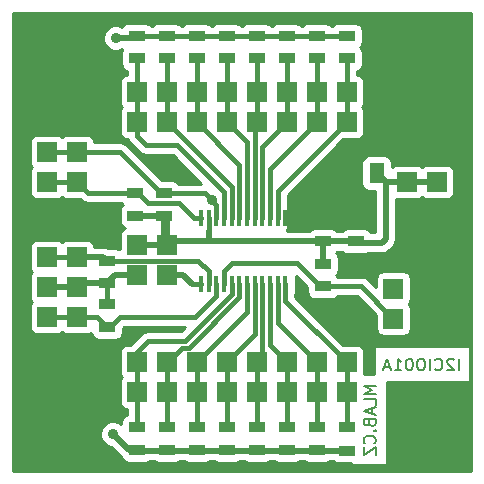
<source format=gbr>
G04 #@! TF.FileFunction,Copper,L2,Bot,Signal*
%FSLAX46Y46*%
G04 Gerber Fmt 4.6, Leading zero omitted, Abs format (unit mm)*
G04 Created by KiCad (PCBNEW 0.201503110816+5502~22~ubuntu14.04.1-product) date St 11. březen 2015, 23:46:55 CET*
%MOMM*%
G01*
G04 APERTURE LIST*
%ADD10C,0.100000*%
%ADD11C,0.200000*%
%ADD12R,1.651000X1.651000*%
%ADD13R,1.397000X0.889000*%
%ADD14R,0.419100X1.470660*%
%ADD15C,6.000000*%
%ADD16R,1.300480X1.699260*%
%ADD17C,0.889000*%
%ADD18C,0.508000*%
%ADD19C,0.381000*%
%ADD20C,0.254000*%
G04 APERTURE END LIST*
D10*
D11*
X38679047Y-706381D02*
X38679047Y293619D01*
X38250476Y198381D02*
X38202857Y246000D01*
X38107619Y293619D01*
X37869523Y293619D01*
X37774285Y246000D01*
X37726666Y198381D01*
X37679047Y103143D01*
X37679047Y7905D01*
X37726666Y-134952D01*
X38298095Y-706381D01*
X37679047Y-706381D01*
X36679047Y-611143D02*
X36726666Y-658762D01*
X36869523Y-706381D01*
X36964761Y-706381D01*
X37107619Y-658762D01*
X37202857Y-563524D01*
X37250476Y-468286D01*
X37298095Y-277810D01*
X37298095Y-134952D01*
X37250476Y55524D01*
X37202857Y150762D01*
X37107619Y246000D01*
X36964761Y293619D01*
X36869523Y293619D01*
X36726666Y246000D01*
X36679047Y198381D01*
X36250476Y-706381D02*
X36250476Y293619D01*
X35583810Y293619D02*
X35393333Y293619D01*
X35298095Y246000D01*
X35202857Y150762D01*
X35155238Y-39714D01*
X35155238Y-373048D01*
X35202857Y-563524D01*
X35298095Y-658762D01*
X35393333Y-706381D01*
X35583810Y-706381D01*
X35679048Y-658762D01*
X35774286Y-563524D01*
X35821905Y-373048D01*
X35821905Y-39714D01*
X35774286Y150762D01*
X35679048Y246000D01*
X35583810Y293619D01*
X34536191Y293619D02*
X34440952Y293619D01*
X34345714Y246000D01*
X34298095Y198381D01*
X34250476Y103143D01*
X34202857Y-87333D01*
X34202857Y-325429D01*
X34250476Y-515905D01*
X34298095Y-611143D01*
X34345714Y-658762D01*
X34440952Y-706381D01*
X34536191Y-706381D01*
X34631429Y-658762D01*
X34679048Y-611143D01*
X34726667Y-515905D01*
X34774286Y-325429D01*
X34774286Y-87333D01*
X34726667Y103143D01*
X34679048Y198381D01*
X34631429Y246000D01*
X34536191Y293619D01*
X33250476Y-706381D02*
X33821905Y-706381D01*
X33536191Y-706381D02*
X33536191Y293619D01*
X33631429Y150762D01*
X33726667Y55524D01*
X33821905Y7905D01*
X32869524Y-420667D02*
X32393333Y-420667D01*
X32964762Y-706381D02*
X32631429Y293619D01*
X32298095Y-706381D01*
X31630881Y-2008548D02*
X30630881Y-2008548D01*
X31345167Y-2341882D01*
X30630881Y-2675215D01*
X31630881Y-2675215D01*
X31630881Y-3627596D02*
X31630881Y-3151405D01*
X30630881Y-3151405D01*
X31345167Y-3913310D02*
X31345167Y-4389501D01*
X31630881Y-3818072D02*
X30630881Y-4151405D01*
X31630881Y-4484739D01*
X31107071Y-5151406D02*
X31154690Y-5294263D01*
X31202310Y-5341882D01*
X31297548Y-5389501D01*
X31440405Y-5389501D01*
X31535643Y-5341882D01*
X31583262Y-5294263D01*
X31630881Y-5199025D01*
X31630881Y-4818072D01*
X30630881Y-4818072D01*
X30630881Y-5151406D01*
X30678500Y-5246644D01*
X30726119Y-5294263D01*
X30821357Y-5341882D01*
X30916595Y-5341882D01*
X31011833Y-5294263D01*
X31059452Y-5246644D01*
X31107071Y-5151406D01*
X31107071Y-4818072D01*
X31535643Y-5818072D02*
X31583262Y-5865691D01*
X31630881Y-5818072D01*
X31583262Y-5770453D01*
X31535643Y-5818072D01*
X31630881Y-5818072D01*
X31535643Y-6865691D02*
X31583262Y-6818072D01*
X31630881Y-6675215D01*
X31630881Y-6579977D01*
X31583262Y-6437119D01*
X31488024Y-6341881D01*
X31392786Y-6294262D01*
X31202310Y-6246643D01*
X31059452Y-6246643D01*
X30868976Y-6294262D01*
X30773738Y-6341881D01*
X30678500Y-6437119D01*
X30630881Y-6579977D01*
X30630881Y-6675215D01*
X30678500Y-6818072D01*
X30726119Y-6865691D01*
X30630881Y-7199024D02*
X30630881Y-7865691D01*
X31630881Y-7199024D01*
X31630881Y-7865691D01*
D12*
X36830000Y12700000D03*
X36830000Y15240000D03*
X36830000Y17780000D03*
X34290000Y17780000D03*
X34290000Y15240000D03*
X34290000Y12700000D03*
D13*
X8890000Y4889500D03*
X8890000Y2984500D03*
X11303000Y12382500D03*
X11303000Y14287500D03*
X8890000Y6667500D03*
X8890000Y8572500D03*
X13716000Y12382500D03*
X13716000Y14287500D03*
X29210000Y27622500D03*
X29210000Y25717500D03*
X11430000Y-7429500D03*
X11430000Y-5524500D03*
X26670000Y27622500D03*
X26670000Y25717500D03*
X21590000Y-7429500D03*
X21590000Y-5524500D03*
X24130000Y27622500D03*
X24130000Y25717500D03*
X16510000Y-7429500D03*
X16510000Y-5524500D03*
X21590000Y27622500D03*
X21590000Y25717500D03*
X19050000Y-7429500D03*
X19050000Y-5524500D03*
X19050000Y27622500D03*
X19050000Y25717500D03*
X13970000Y-7429500D03*
X13970000Y-5524500D03*
X13970000Y27622500D03*
X13970000Y25717500D03*
X16510000Y27622500D03*
X16510000Y25717500D03*
X24130000Y-7429500D03*
X24130000Y-5524500D03*
X11430000Y27622500D03*
X11430000Y25717500D03*
X26670000Y-7429500D03*
X26670000Y-5524500D03*
X29210000Y-7493000D03*
X29210000Y-5524500D03*
D14*
X20756880Y12197080D03*
X21407120Y12197080D03*
X22057360Y12197080D03*
X22707600Y12197080D03*
X18816320Y6604000D03*
X18806160Y12197080D03*
X19456400Y12197080D03*
X20106640Y12197080D03*
X23357840Y6598920D03*
X22707600Y6598920D03*
X22057360Y6598920D03*
X21407120Y6598920D03*
X20756880Y6598920D03*
X20106640Y6598920D03*
X23357840Y12197080D03*
X19456400Y6604000D03*
X18155920Y12197080D03*
X24008080Y12197080D03*
X24008080Y6598920D03*
X18155920Y6598920D03*
X17508220Y12197080D03*
X17508220Y6598920D03*
X16857980Y12197080D03*
X16857980Y6598920D03*
D12*
X11430000Y7366000D03*
X11430000Y9906000D03*
D15*
X5080000Y-5080000D03*
X35560000Y25400000D03*
X5050000Y25400000D03*
X35560000Y-5080000D03*
D12*
X3810000Y17780000D03*
X3810000Y15240000D03*
X6350000Y15240000D03*
X6350000Y17780000D03*
X3810000Y3810000D03*
X6350000Y11430000D03*
X6350000Y6350000D03*
X3810000Y11430000D03*
X6350000Y1270000D03*
X6350000Y3810000D03*
X6350000Y8890000D03*
X3810000Y1270000D03*
X3810000Y8890000D03*
X3810000Y6350000D03*
X13970000Y9906000D03*
X13970000Y7366000D03*
X13970000Y22860000D03*
X11430000Y22860000D03*
X29210000Y20320000D03*
X26670000Y20320000D03*
X16510000Y22860000D03*
X24130000Y20320000D03*
X21590000Y22860000D03*
X29210000Y22860000D03*
X21590000Y20320000D03*
X16510000Y20320000D03*
X24130000Y22860000D03*
X11430000Y20320000D03*
X13970000Y20320000D03*
X19050000Y20320000D03*
X26670000Y22860000D03*
X19050000Y22860000D03*
X26670000Y-2540000D03*
X29210000Y-2540000D03*
X11430000Y0D03*
X13970000Y0D03*
X24130000Y-2540000D03*
X16510000Y0D03*
X19050000Y-2540000D03*
X11430000Y-2540000D03*
X19050000Y0D03*
X24130000Y0D03*
X16510000Y-2540000D03*
X29210000Y0D03*
X26670000Y0D03*
X21590000Y0D03*
X13970000Y-2540000D03*
X21590000Y-2540000D03*
X33147000Y6223000D03*
X35687000Y6223000D03*
X35687000Y3683000D03*
X33147000Y3683000D03*
D13*
X27178000Y8318500D03*
X27178000Y6413500D03*
X27178000Y10223500D03*
X27178000Y12128500D03*
X29972000Y10223500D03*
X29972000Y12128500D03*
D16*
X28221940Y16002000D03*
X31722060Y16002000D03*
D17*
X17780000Y13716000D03*
X9398000Y-6096000D03*
X9652000Y27432000D03*
D18*
X27178000Y10223500D02*
X28893333Y10223500D01*
X28893333Y10223500D02*
X29972000Y10223500D01*
X27178000Y10223500D02*
X27178000Y8318500D01*
X27178000Y10223500D02*
X17553730Y10223500D01*
X17553730Y10223500D02*
X14287500Y10223500D01*
X17508220Y11099798D02*
X17508220Y10269010D01*
X17508220Y10269010D02*
X17553730Y10223500D01*
X14287500Y10223500D02*
X13970000Y9906000D01*
X14160500Y10096500D02*
X13970000Y9906000D01*
X32484060Y15240000D02*
X32484060Y10394358D01*
X32484060Y10394358D02*
X32176701Y10086999D01*
X32176701Y10086999D02*
X30045001Y10086999D01*
X30045001Y10086999D02*
X30035500Y10096500D01*
X34290000Y15240000D02*
X34290000Y15214600D01*
X34290000Y15122501D02*
X34290000Y15240000D01*
X34290000Y15240000D02*
X34290000Y15122501D01*
X13970000Y9906000D02*
X13970000Y12128500D01*
X13970000Y12128500D02*
X13716000Y12382500D01*
X13716000Y12382500D02*
X13716000Y10160000D01*
X13716000Y10160000D02*
X13970000Y9906000D01*
X36830000Y15240000D02*
X34290000Y15240000D01*
D19*
X17508220Y11099798D02*
X17508220Y12197080D01*
X17508220Y11099798D02*
X17506950Y11101068D01*
D18*
X13970000Y9906000D02*
X11430000Y9906000D01*
X11303000Y12382500D02*
X13716000Y12382500D01*
X13716000Y10160000D02*
X13970000Y9906000D01*
X32484060Y15240000D02*
X31722060Y16002000D01*
X34290000Y15240000D02*
X32484060Y15240000D01*
D19*
X36830000Y12700000D02*
X34290000Y12700000D01*
X38735000Y17081500D02*
X38735000Y13398500D01*
X38735000Y13398500D02*
X38036500Y12700000D01*
X38036500Y12700000D02*
X36830000Y12700000D01*
X36830000Y17780000D02*
X38036500Y17780000D01*
X38036500Y17780000D02*
X38735000Y17081500D01*
X34290000Y17780000D02*
X36830000Y17780000D01*
X28635567Y16062854D02*
X28635567Y16570567D01*
X28635567Y16062854D02*
X30352713Y17780000D01*
X30352713Y17780000D02*
X34290000Y17780000D01*
X26951940Y14886940D02*
X28635567Y16570567D01*
X24008080Y12197080D02*
X25839420Y12197080D01*
X24008080Y12197080D02*
X25306020Y12197080D01*
X25306020Y12197080D02*
X26951940Y13843000D01*
X26951940Y13843000D02*
X26951940Y14886940D01*
X6350000Y11430000D02*
X3888100Y11430000D01*
X15973659Y14287500D02*
X17208500Y14287500D01*
X17208500Y14287500D02*
X17335501Y14160499D01*
X17335501Y14160499D02*
X17780000Y13716000D01*
X15973659Y14287500D02*
X17162782Y14287500D01*
X18155920Y12197080D02*
X18155920Y13294362D01*
X17162782Y14287500D02*
X17906238Y13544044D01*
X18155920Y13294362D02*
X17906238Y13544044D01*
X13716000Y14287500D02*
X15973659Y14287500D01*
X6350000Y17780000D02*
X8747677Y17780000D01*
X9969500Y17780000D02*
X8747677Y17780000D01*
X13716000Y14287500D02*
X13462000Y14287500D01*
X13462000Y14287500D02*
X9969500Y17780000D01*
X3810000Y17780000D02*
X6350000Y17780000D01*
X16267430Y12197080D02*
X15012011Y13452499D01*
X16857980Y12197080D02*
X16854169Y12197080D01*
X3810000Y15240000D02*
X6350000Y15240000D01*
X11557000Y14287500D02*
X11303000Y14287500D01*
X12392001Y13452499D02*
X11557000Y14287500D01*
X15012011Y13452499D02*
X12392001Y13452499D01*
X16857980Y12197080D02*
X16267430Y12197080D01*
X7302500Y14287500D02*
X6350000Y15240000D01*
X11303000Y14287500D02*
X7302500Y14287500D01*
X3810000Y3810000D02*
X6350000Y3810000D01*
X9144000Y2984500D02*
X8890000Y2984500D01*
X9979001Y3819501D02*
X9144000Y2984500D01*
X16376583Y3819501D02*
X9979001Y3819501D01*
X18155920Y5598838D02*
X16376583Y3819501D01*
X18155920Y6598920D02*
X18155920Y5598838D01*
X8064500Y3810000D02*
X8890000Y2984500D01*
X6350000Y3810000D02*
X8064500Y3810000D01*
X6985000Y8890000D02*
X6350000Y8890000D01*
X3810000Y8890000D02*
X6985000Y8890000D01*
X6667500Y8572500D02*
X6350000Y8890000D01*
D18*
X8572500Y8890000D02*
X8890000Y8572500D01*
X6350000Y8890000D02*
X8572500Y8890000D01*
D19*
X9969500Y8572500D02*
X8890000Y8572500D01*
X9979001Y8582001D02*
X9969500Y8572500D01*
X16641469Y8582001D02*
X9979001Y8582001D01*
X17508220Y7715250D02*
X16641469Y8582001D01*
X17508220Y6598920D02*
X17508220Y7715250D01*
X27178000Y6413500D02*
X30416500Y6413500D01*
X30416500Y6413500D02*
X33147000Y3683000D01*
X19477990Y8382000D02*
X24955500Y8382000D01*
X24955500Y8382000D02*
X26924000Y6413500D01*
X26924000Y6413500D02*
X27178000Y6413500D01*
X18816320Y6604000D02*
X18816320Y7720330D01*
X18816320Y7720330D02*
X19477990Y8382000D01*
D18*
X11430000Y-7429500D02*
X10731500Y-7429500D01*
X10731500Y-7429500D02*
X9398000Y-6096000D01*
X13970000Y7366000D02*
X15303500Y7366000D01*
X15303500Y7366000D02*
X16070580Y6598920D01*
D19*
X16070580Y6598920D02*
X16857980Y6598920D01*
D18*
X13970000Y7366000D02*
X13906500Y7366000D01*
X11493500Y-7493000D02*
X11430000Y-7429500D01*
D19*
X11430000Y-7429500D02*
X13970000Y-7429500D01*
X13970000Y-7429500D02*
X16510000Y-7429500D01*
X13970000Y-7429500D02*
X19050000Y-7429500D01*
X19050000Y-7429500D02*
X21590000Y-7429500D01*
X23287735Y-7429500D02*
X23351235Y-7493000D01*
X21590000Y-7429500D02*
X23287735Y-7429500D01*
D18*
X23351235Y-7493000D02*
X11493500Y-7493000D01*
X29210000Y-7493000D02*
X23351235Y-7493000D01*
D19*
X24130000Y-7429500D02*
X26670000Y-7429500D01*
X29146500Y-7429500D02*
X29210000Y-7493000D01*
X26670000Y-7429500D02*
X29146500Y-7429500D01*
X16510000Y27622500D02*
X19050000Y27622500D01*
X21590000Y27622500D02*
X19050000Y27622500D01*
X26670000Y27622500D02*
X24130000Y27622500D01*
X24130000Y27622500D02*
X21590000Y27622500D01*
D18*
X11430000Y-7429500D02*
X11176000Y-7429500D01*
D19*
X26670000Y27622500D02*
X29210000Y27622500D01*
D18*
X11239500Y27432000D02*
X11430000Y27622500D01*
X9652000Y27432000D02*
X11239500Y27432000D01*
D19*
X16510000Y27622500D02*
X13970000Y27622500D01*
X13970000Y27622500D02*
X11430000Y27622500D01*
X19456400Y14833600D02*
X13970000Y20320000D01*
X19456400Y12197080D02*
X19456400Y14833600D01*
X13970000Y20320000D02*
X13970000Y25717500D01*
X13970000Y20320000D02*
X13970000Y22860000D01*
X11430000Y19113500D02*
X12182490Y18361010D01*
X12182490Y18361010D02*
X14815292Y18361010D01*
X18806160Y13313410D02*
X18806160Y12197080D01*
X11430000Y20320000D02*
X11430000Y19113500D01*
X14815292Y18361010D02*
X18806160Y14370142D01*
X18806160Y14370142D02*
X18806160Y13313410D01*
X11680782Y20320000D02*
X11430000Y20320000D01*
X11430000Y22860000D02*
X11430000Y25717500D01*
X11430000Y20320000D02*
X11430000Y22860000D01*
X23357840Y12197080D02*
X23357840Y14467840D01*
X23357840Y14467840D02*
X29210000Y20320000D01*
X29210000Y20320000D02*
X29210000Y25717500D01*
X29210000Y20320000D02*
X29210000Y22860000D01*
X22707600Y12197080D02*
X22707600Y16357600D01*
X22707600Y16357600D02*
X26670000Y20320000D01*
X26670000Y20320000D02*
X26670000Y25717500D01*
X26670000Y20320000D02*
X26670000Y22860000D01*
X20106640Y12197080D02*
X20106640Y16723360D01*
X20106640Y16723360D02*
X16510000Y20320000D01*
X16510000Y20320000D02*
X16510000Y25717500D01*
X16510000Y20320000D02*
X16510000Y22860000D01*
X22057360Y12197080D02*
X22057360Y18247360D01*
X22057360Y18247360D02*
X24130000Y20320000D01*
X24130000Y20320000D02*
X24130000Y25717500D01*
X24130000Y20320000D02*
X24130000Y22860000D01*
X21407120Y12197080D02*
X21407120Y20137120D01*
X21407120Y20137120D02*
X21590000Y20320000D01*
X21590000Y20320000D02*
X21590000Y25717500D01*
X21590000Y20320000D02*
X21590000Y22860000D01*
X20756880Y12197080D02*
X20756880Y18613120D01*
X20756880Y18613120D02*
X19050000Y20320000D01*
X19050000Y20320000D02*
X19050000Y25717500D01*
X19050000Y20320000D02*
X19050000Y22860000D01*
X26670000Y-2540000D02*
X26670000Y0D01*
X23357840Y3312160D02*
X26670000Y0D01*
X23357840Y6598920D02*
X23357840Y3312160D01*
X26670000Y0D02*
X26670000Y-5524500D01*
X29210000Y-2540000D02*
X29210000Y0D01*
X24008080Y6598920D02*
X24008080Y5201920D01*
X24008080Y5201920D02*
X29210000Y0D01*
X29210000Y0D02*
X29210000Y-5524500D01*
X11430000Y-2540000D02*
X11430000Y0D01*
X19456400Y5740400D02*
X19456400Y6604000D01*
X12376111Y1797011D02*
X15513011Y1797011D01*
X11430000Y850900D02*
X12376111Y1797011D01*
X15513011Y1797011D02*
X19456400Y5740400D01*
X11430000Y0D02*
X11430000Y850900D01*
X11430000Y-5524500D02*
X11430000Y0D01*
X13995400Y0D02*
X15211401Y1216001D01*
X15211401Y1216001D02*
X15596385Y1216001D01*
X13970000Y0D02*
X13995400Y0D01*
X15840051Y1216001D02*
X15596385Y1216001D01*
X15596385Y1216001D02*
X15262201Y1216001D01*
X13970000Y-2540000D02*
X13970000Y0D01*
X20106640Y6598920D02*
X20106640Y5482590D01*
X20106640Y5482590D02*
X15840051Y1216001D01*
X13970000Y0D02*
X13970000Y-5524500D01*
X24130000Y-2540000D02*
X24130000Y0D01*
X22707600Y1422400D02*
X24130000Y0D01*
X22707600Y6598920D02*
X22707600Y1422400D01*
X24130000Y0D02*
X24130000Y-5524500D01*
X16510000Y-2540000D02*
X16510000Y0D01*
X20756880Y4246880D02*
X20756880Y6598920D01*
X16510000Y0D02*
X20756880Y4246880D01*
X16510000Y0D02*
X16510000Y-5524500D01*
X19050000Y-2540000D02*
X19050000Y0D01*
X21407120Y6598920D02*
X21407120Y2357120D01*
X21407120Y2357120D02*
X19050000Y0D01*
X19050000Y0D02*
X19050000Y-5524500D01*
X21590000Y-2540000D02*
X21590000Y0D01*
X22057360Y6598920D02*
X22057360Y467360D01*
X22057360Y467360D02*
X21590000Y0D01*
X21590000Y0D02*
X21590000Y-5524500D01*
D18*
X9588500Y7366000D02*
X8890000Y6667500D01*
X11430000Y7366000D02*
X9588500Y7366000D01*
X6667500Y6667500D02*
X6350000Y6350000D01*
X8890000Y6667500D02*
X6667500Y6667500D01*
X6350000Y6350000D02*
X3810000Y6350000D01*
D19*
X8890000Y4889500D02*
X8890000Y6667500D01*
D20*
G36*
X39699000Y-9219000D02*
X39652143Y-9219000D01*
X39652143Y-1689000D01*
X39652143Y1381000D01*
X31467858Y1381000D01*
X31467858Y-1035452D01*
X30640836Y-1035452D01*
X30682940Y-825500D01*
X30682940Y825500D01*
X30635963Y1067623D01*
X30496173Y1280427D01*
X30285140Y1422877D01*
X30035500Y1472940D01*
X28904494Y1472940D01*
X24833580Y5543854D01*
X24833580Y5706565D01*
X24865070Y5863590D01*
X24865070Y7304996D01*
X25832060Y6338006D01*
X25832060Y5969000D01*
X25879037Y5726877D01*
X26018827Y5514073D01*
X26229860Y5371623D01*
X26479500Y5321560D01*
X27876500Y5321560D01*
X28118623Y5368537D01*
X28331427Y5508327D01*
X28385207Y5588000D01*
X30074566Y5588000D01*
X31674060Y3988506D01*
X31674060Y2857500D01*
X31721037Y2615377D01*
X31860827Y2402573D01*
X32071860Y2260123D01*
X32321500Y2210060D01*
X33972500Y2210060D01*
X34214623Y2257037D01*
X34427427Y2396827D01*
X34569877Y2607860D01*
X34619940Y2857500D01*
X34619940Y4508500D01*
X34572963Y4750623D01*
X34439194Y4954261D01*
X34569877Y5147860D01*
X34619940Y5397500D01*
X34619940Y7048500D01*
X34572963Y7290623D01*
X34433173Y7503427D01*
X34222140Y7645877D01*
X33972500Y7695940D01*
X32321500Y7695940D01*
X32079377Y7648963D01*
X31866573Y7509173D01*
X31724123Y7298140D01*
X31674060Y7048500D01*
X31674060Y6323374D01*
X31000217Y6997217D01*
X30732406Y7176163D01*
X30416500Y7239000D01*
X28385735Y7239000D01*
X28337173Y7312927D01*
X28258958Y7365723D01*
X28331427Y7413327D01*
X28473877Y7624360D01*
X28523940Y7874000D01*
X28523940Y8763000D01*
X28476963Y9005123D01*
X28337173Y9217927D01*
X28258958Y9270723D01*
X28331427Y9318327D01*
X28342343Y9334500D01*
X28805977Y9334500D01*
X28812827Y9324073D01*
X29023860Y9181623D01*
X29273500Y9131560D01*
X30670500Y9131560D01*
X30912623Y9178537D01*
X30942250Y9197999D01*
X32176701Y9197999D01*
X32516906Y9265670D01*
X32516907Y9265670D01*
X32805319Y9458381D01*
X33112678Y9765740D01*
X33305389Y10054152D01*
X33373060Y10394358D01*
X33373060Y13785398D01*
X33464500Y13767060D01*
X35115500Y13767060D01*
X35357623Y13814037D01*
X35561260Y13947806D01*
X35754860Y13817123D01*
X36004500Y13767060D01*
X37655500Y13767060D01*
X37897623Y13814037D01*
X38110427Y13953827D01*
X38252877Y14164860D01*
X38302940Y14414500D01*
X38302940Y16065500D01*
X38255963Y16307623D01*
X38116173Y16520427D01*
X37905140Y16662877D01*
X37655500Y16712940D01*
X36004500Y16712940D01*
X35762377Y16665963D01*
X35558739Y16532195D01*
X35365140Y16662877D01*
X35115500Y16712940D01*
X33464500Y16712940D01*
X33222377Y16665963D01*
X33019740Y16532852D01*
X33019740Y16851630D01*
X32972763Y17093753D01*
X32832973Y17306557D01*
X32621940Y17449007D01*
X32372300Y17499070D01*
X31071820Y17499070D01*
X30829697Y17452093D01*
X30616893Y17312303D01*
X30474443Y17101270D01*
X30424380Y16851630D01*
X30424380Y15152370D01*
X30471357Y14910247D01*
X30611147Y14697443D01*
X30822180Y14554993D01*
X31071820Y14504930D01*
X31595060Y14504930D01*
X31595060Y10975999D01*
X31227689Y10975999D01*
X31131173Y11122927D01*
X30920140Y11265377D01*
X30670500Y11315440D01*
X29273500Y11315440D01*
X29031377Y11268463D01*
X28818573Y11128673D01*
X28807656Y11112500D01*
X28344022Y11112500D01*
X28337173Y11122927D01*
X28126140Y11265377D01*
X27876500Y11315440D01*
X26479500Y11315440D01*
X26237377Y11268463D01*
X26024573Y11128673D01*
X26013656Y11112500D01*
X24097528Y11112500D01*
X24164767Y11212110D01*
X24214830Y11461750D01*
X24214830Y12932410D01*
X24183340Y13094711D01*
X24183340Y14125906D01*
X28904494Y18847060D01*
X30035500Y18847060D01*
X30277623Y18894037D01*
X30490427Y19033827D01*
X30632877Y19244860D01*
X30682940Y19494500D01*
X30682940Y21145500D01*
X30635963Y21387623D01*
X30502194Y21591261D01*
X30632877Y21784860D01*
X30682940Y22034500D01*
X30682940Y23685500D01*
X30635963Y23927623D01*
X30496173Y24140427D01*
X30285140Y24282877D01*
X30035500Y24332940D01*
X30035500Y24650201D01*
X30150623Y24672537D01*
X30363427Y24812327D01*
X30505877Y25023360D01*
X30555940Y25273000D01*
X30555940Y26162000D01*
X30508963Y26404123D01*
X30369173Y26616927D01*
X30290958Y26669723D01*
X30363427Y26717327D01*
X30505877Y26928360D01*
X30555940Y27178000D01*
X30555940Y28067000D01*
X30508963Y28309123D01*
X30369173Y28521927D01*
X30158140Y28664377D01*
X29908500Y28714440D01*
X28511500Y28714440D01*
X28269377Y28667463D01*
X28056573Y28527673D01*
X28002792Y28448000D01*
X27877735Y28448000D01*
X27829173Y28521927D01*
X27618140Y28664377D01*
X27368500Y28714440D01*
X25971500Y28714440D01*
X25729377Y28667463D01*
X25516573Y28527673D01*
X25462792Y28448000D01*
X25337735Y28448000D01*
X25289173Y28521927D01*
X25078140Y28664377D01*
X24828500Y28714440D01*
X23431500Y28714440D01*
X23189377Y28667463D01*
X22976573Y28527673D01*
X22922792Y28448000D01*
X22797735Y28448000D01*
X22749173Y28521927D01*
X22538140Y28664377D01*
X22288500Y28714440D01*
X20891500Y28714440D01*
X20649377Y28667463D01*
X20436573Y28527673D01*
X20382792Y28448000D01*
X20257735Y28448000D01*
X20209173Y28521927D01*
X19998140Y28664377D01*
X19748500Y28714440D01*
X18351500Y28714440D01*
X18109377Y28667463D01*
X17896573Y28527673D01*
X17842792Y28448000D01*
X17717735Y28448000D01*
X17669173Y28521927D01*
X17458140Y28664377D01*
X17208500Y28714440D01*
X15811500Y28714440D01*
X15569377Y28667463D01*
X15356573Y28527673D01*
X15302792Y28448000D01*
X15177735Y28448000D01*
X15129173Y28521927D01*
X14918140Y28664377D01*
X14668500Y28714440D01*
X13271500Y28714440D01*
X13029377Y28667463D01*
X12816573Y28527673D01*
X12762792Y28448000D01*
X12637735Y28448000D01*
X12589173Y28521927D01*
X12378140Y28664377D01*
X12128500Y28714440D01*
X10731500Y28714440D01*
X10489377Y28667463D01*
X10276573Y28527673D01*
X10178426Y28382275D01*
X9867668Y28511313D01*
X9438216Y28511687D01*
X9041311Y28347689D01*
X8737378Y28044286D01*
X8572687Y27647668D01*
X8572313Y27218216D01*
X8736311Y26821311D01*
X9039714Y26517378D01*
X9436332Y26352687D01*
X9865784Y26352313D01*
X10182377Y26483127D01*
X10134123Y26411640D01*
X10084060Y26162000D01*
X10084060Y25273000D01*
X10131037Y25030877D01*
X10270827Y24818073D01*
X10481860Y24675623D01*
X10604500Y24651029D01*
X10604500Y24332940D01*
X10362377Y24285963D01*
X10149573Y24146173D01*
X10007123Y23935140D01*
X9957060Y23685500D01*
X9957060Y22034500D01*
X10004037Y21792377D01*
X10137805Y21588740D01*
X10007123Y21395140D01*
X9957060Y21145500D01*
X9957060Y19494500D01*
X10004037Y19252377D01*
X10143827Y19039573D01*
X10354860Y18897123D01*
X10604500Y18847060D01*
X10657497Y18847060D01*
X10667337Y18797594D01*
X10846283Y18529783D01*
X11598770Y17777297D01*
X11598773Y17777293D01*
X11598774Y17777293D01*
X11866585Y17598347D01*
X12182490Y17535509D01*
X12182490Y17535510D01*
X12182495Y17535510D01*
X14473358Y17535510D01*
X16895868Y15113000D01*
X15973659Y15113000D01*
X14923735Y15113000D01*
X14875173Y15186927D01*
X14664140Y15329377D01*
X14414500Y15379440D01*
X13537494Y15379440D01*
X10553217Y18363717D01*
X10285406Y18542663D01*
X9969500Y18605500D01*
X8747677Y18605500D01*
X7822940Y18605500D01*
X7775963Y18847623D01*
X7636173Y19060427D01*
X7425140Y19202877D01*
X7175500Y19252940D01*
X5524500Y19252940D01*
X5282377Y19205963D01*
X5078739Y19072195D01*
X4885140Y19202877D01*
X4635500Y19252940D01*
X2984500Y19252940D01*
X2742377Y19205963D01*
X2529573Y19066173D01*
X2387123Y18855140D01*
X2337060Y18605500D01*
X2337060Y16954500D01*
X2384037Y16712377D01*
X2517805Y16508740D01*
X2387123Y16315140D01*
X2337060Y16065500D01*
X2337060Y14414500D01*
X2384037Y14172377D01*
X2523827Y13959573D01*
X2734860Y13817123D01*
X2984500Y13767060D01*
X4635500Y13767060D01*
X4877623Y13814037D01*
X5081260Y13947806D01*
X5274860Y13817123D01*
X5524500Y13767060D01*
X6655506Y13767060D01*
X6718780Y13703787D01*
X6718783Y13703783D01*
X6986594Y13524838D01*
X6986595Y13524837D01*
X7302500Y13462000D01*
X10095264Y13462000D01*
X10143827Y13388073D01*
X10222041Y13335278D01*
X10149573Y13287673D01*
X10007123Y13076640D01*
X9957060Y12827000D01*
X9957060Y11938000D01*
X10004037Y11695877D01*
X10143827Y11483073D01*
X10354860Y11340623D01*
X10380504Y11335481D01*
X10362377Y11331963D01*
X10149573Y11192173D01*
X10007123Y10981140D01*
X9957060Y10731500D01*
X9957060Y9534104D01*
X9838140Y9614377D01*
X9588500Y9664440D01*
X8982880Y9664440D01*
X8912706Y9711329D01*
X8572500Y9779000D01*
X7810619Y9779000D01*
X7775963Y9957623D01*
X7636173Y10170427D01*
X7425140Y10312877D01*
X7175500Y10362940D01*
X5524500Y10362940D01*
X5282377Y10315963D01*
X5078739Y10182195D01*
X4885140Y10312877D01*
X4635500Y10362940D01*
X2984500Y10362940D01*
X2742377Y10315963D01*
X2529573Y10176173D01*
X2387123Y9965140D01*
X2337060Y9715500D01*
X2337060Y8064500D01*
X2384037Y7822377D01*
X2517805Y7618740D01*
X2387123Y7425140D01*
X2337060Y7175500D01*
X2337060Y5524500D01*
X2384037Y5282377D01*
X2517805Y5078740D01*
X2387123Y4885140D01*
X2337060Y4635500D01*
X2337060Y2984500D01*
X2384037Y2742377D01*
X2523827Y2529573D01*
X2734860Y2387123D01*
X2984500Y2337060D01*
X4635500Y2337060D01*
X4877623Y2384037D01*
X5081260Y2517806D01*
X5274860Y2387123D01*
X5524500Y2337060D01*
X7175500Y2337060D01*
X7417623Y2384037D01*
X7556606Y2475335D01*
X7591037Y2297877D01*
X7730827Y2085073D01*
X7941860Y1942623D01*
X8191500Y1892560D01*
X9588500Y1892560D01*
X9830623Y1939537D01*
X10043427Y2079327D01*
X10185877Y2290360D01*
X10235940Y2540000D01*
X10235940Y2909007D01*
X10320934Y2994001D01*
X15542567Y2994001D01*
X15171077Y2622511D01*
X12376111Y2622511D01*
X12060205Y2559674D01*
X11792394Y2380728D01*
X10884606Y1472940D01*
X10604500Y1472940D01*
X10362377Y1425963D01*
X10149573Y1286173D01*
X10007123Y1075140D01*
X9957060Y825500D01*
X9957060Y-825500D01*
X10004037Y-1067623D01*
X10137805Y-1271260D01*
X10007123Y-1464860D01*
X9957060Y-1714500D01*
X9957060Y-3365500D01*
X10004037Y-3607623D01*
X10143827Y-3820427D01*
X10354860Y-3962877D01*
X10604500Y-4012940D01*
X10604500Y-4457200D01*
X10489377Y-4479537D01*
X10276573Y-4619327D01*
X10134123Y-4830360D01*
X10084060Y-5080000D01*
X10084060Y-5255280D01*
X10010286Y-5181378D01*
X9613668Y-5016687D01*
X9184216Y-5016313D01*
X8787311Y-5180311D01*
X8483378Y-5483714D01*
X8318687Y-5880332D01*
X8318313Y-6309784D01*
X8482311Y-6706689D01*
X8785714Y-7010622D01*
X9182332Y-7175313D01*
X9220109Y-7175345D01*
X10102882Y-8058118D01*
X10122300Y-8071092D01*
X10131037Y-8116123D01*
X10270827Y-8328927D01*
X10481860Y-8471377D01*
X10731500Y-8521440D01*
X12128500Y-8521440D01*
X12370623Y-8474463D01*
X12511380Y-8382000D01*
X12889452Y-8382000D01*
X13021860Y-8471377D01*
X13271500Y-8521440D01*
X14668500Y-8521440D01*
X14910623Y-8474463D01*
X15051380Y-8382000D01*
X15429452Y-8382000D01*
X15561860Y-8471377D01*
X15811500Y-8521440D01*
X17208500Y-8521440D01*
X17450623Y-8474463D01*
X17591380Y-8382000D01*
X17969452Y-8382000D01*
X18101860Y-8471377D01*
X18351500Y-8521440D01*
X19748500Y-8521440D01*
X19990623Y-8474463D01*
X20131380Y-8382000D01*
X20509452Y-8382000D01*
X20641860Y-8471377D01*
X20891500Y-8521440D01*
X22288500Y-8521440D01*
X22530623Y-8474463D01*
X22671380Y-8382000D01*
X23049452Y-8382000D01*
X23181860Y-8471377D01*
X23431500Y-8521440D01*
X24828500Y-8521440D01*
X25070623Y-8474463D01*
X25211380Y-8382000D01*
X25589452Y-8382000D01*
X25721860Y-8471377D01*
X25971500Y-8521440D01*
X27368500Y-8521440D01*
X27610623Y-8474463D01*
X27751380Y-8382000D01*
X28043977Y-8382000D01*
X28050827Y-8392427D01*
X28261860Y-8534877D01*
X28511500Y-8584940D01*
X29543500Y-8584940D01*
X29543500Y-8743547D01*
X32613500Y-8743547D01*
X32613500Y-1689000D01*
X39652143Y-1689000D01*
X39652143Y-9219000D01*
X941000Y-9219000D01*
X941000Y29539000D01*
X39699000Y29539000D01*
X39699000Y-9219000D01*
X39699000Y-9219000D01*
G37*
X39699000Y-9219000D02*
X39652143Y-9219000D01*
X39652143Y-1689000D01*
X39652143Y1381000D01*
X31467858Y1381000D01*
X31467858Y-1035452D01*
X30640836Y-1035452D01*
X30682940Y-825500D01*
X30682940Y825500D01*
X30635963Y1067623D01*
X30496173Y1280427D01*
X30285140Y1422877D01*
X30035500Y1472940D01*
X28904494Y1472940D01*
X24833580Y5543854D01*
X24833580Y5706565D01*
X24865070Y5863590D01*
X24865070Y7304996D01*
X25832060Y6338006D01*
X25832060Y5969000D01*
X25879037Y5726877D01*
X26018827Y5514073D01*
X26229860Y5371623D01*
X26479500Y5321560D01*
X27876500Y5321560D01*
X28118623Y5368537D01*
X28331427Y5508327D01*
X28385207Y5588000D01*
X30074566Y5588000D01*
X31674060Y3988506D01*
X31674060Y2857500D01*
X31721037Y2615377D01*
X31860827Y2402573D01*
X32071860Y2260123D01*
X32321500Y2210060D01*
X33972500Y2210060D01*
X34214623Y2257037D01*
X34427427Y2396827D01*
X34569877Y2607860D01*
X34619940Y2857500D01*
X34619940Y4508500D01*
X34572963Y4750623D01*
X34439194Y4954261D01*
X34569877Y5147860D01*
X34619940Y5397500D01*
X34619940Y7048500D01*
X34572963Y7290623D01*
X34433173Y7503427D01*
X34222140Y7645877D01*
X33972500Y7695940D01*
X32321500Y7695940D01*
X32079377Y7648963D01*
X31866573Y7509173D01*
X31724123Y7298140D01*
X31674060Y7048500D01*
X31674060Y6323374D01*
X31000217Y6997217D01*
X30732406Y7176163D01*
X30416500Y7239000D01*
X28385735Y7239000D01*
X28337173Y7312927D01*
X28258958Y7365723D01*
X28331427Y7413327D01*
X28473877Y7624360D01*
X28523940Y7874000D01*
X28523940Y8763000D01*
X28476963Y9005123D01*
X28337173Y9217927D01*
X28258958Y9270723D01*
X28331427Y9318327D01*
X28342343Y9334500D01*
X28805977Y9334500D01*
X28812827Y9324073D01*
X29023860Y9181623D01*
X29273500Y9131560D01*
X30670500Y9131560D01*
X30912623Y9178537D01*
X30942250Y9197999D01*
X32176701Y9197999D01*
X32516906Y9265670D01*
X32516907Y9265670D01*
X32805319Y9458381D01*
X33112678Y9765740D01*
X33305389Y10054152D01*
X33373060Y10394358D01*
X33373060Y13785398D01*
X33464500Y13767060D01*
X35115500Y13767060D01*
X35357623Y13814037D01*
X35561260Y13947806D01*
X35754860Y13817123D01*
X36004500Y13767060D01*
X37655500Y13767060D01*
X37897623Y13814037D01*
X38110427Y13953827D01*
X38252877Y14164860D01*
X38302940Y14414500D01*
X38302940Y16065500D01*
X38255963Y16307623D01*
X38116173Y16520427D01*
X37905140Y16662877D01*
X37655500Y16712940D01*
X36004500Y16712940D01*
X35762377Y16665963D01*
X35558739Y16532195D01*
X35365140Y16662877D01*
X35115500Y16712940D01*
X33464500Y16712940D01*
X33222377Y16665963D01*
X33019740Y16532852D01*
X33019740Y16851630D01*
X32972763Y17093753D01*
X32832973Y17306557D01*
X32621940Y17449007D01*
X32372300Y17499070D01*
X31071820Y17499070D01*
X30829697Y17452093D01*
X30616893Y17312303D01*
X30474443Y17101270D01*
X30424380Y16851630D01*
X30424380Y15152370D01*
X30471357Y14910247D01*
X30611147Y14697443D01*
X30822180Y14554993D01*
X31071820Y14504930D01*
X31595060Y14504930D01*
X31595060Y10975999D01*
X31227689Y10975999D01*
X31131173Y11122927D01*
X30920140Y11265377D01*
X30670500Y11315440D01*
X29273500Y11315440D01*
X29031377Y11268463D01*
X28818573Y11128673D01*
X28807656Y11112500D01*
X28344022Y11112500D01*
X28337173Y11122927D01*
X28126140Y11265377D01*
X27876500Y11315440D01*
X26479500Y11315440D01*
X26237377Y11268463D01*
X26024573Y11128673D01*
X26013656Y11112500D01*
X24097528Y11112500D01*
X24164767Y11212110D01*
X24214830Y11461750D01*
X24214830Y12932410D01*
X24183340Y13094711D01*
X24183340Y14125906D01*
X28904494Y18847060D01*
X30035500Y18847060D01*
X30277623Y18894037D01*
X30490427Y19033827D01*
X30632877Y19244860D01*
X30682940Y19494500D01*
X30682940Y21145500D01*
X30635963Y21387623D01*
X30502194Y21591261D01*
X30632877Y21784860D01*
X30682940Y22034500D01*
X30682940Y23685500D01*
X30635963Y23927623D01*
X30496173Y24140427D01*
X30285140Y24282877D01*
X30035500Y24332940D01*
X30035500Y24650201D01*
X30150623Y24672537D01*
X30363427Y24812327D01*
X30505877Y25023360D01*
X30555940Y25273000D01*
X30555940Y26162000D01*
X30508963Y26404123D01*
X30369173Y26616927D01*
X30290958Y26669723D01*
X30363427Y26717327D01*
X30505877Y26928360D01*
X30555940Y27178000D01*
X30555940Y28067000D01*
X30508963Y28309123D01*
X30369173Y28521927D01*
X30158140Y28664377D01*
X29908500Y28714440D01*
X28511500Y28714440D01*
X28269377Y28667463D01*
X28056573Y28527673D01*
X28002792Y28448000D01*
X27877735Y28448000D01*
X27829173Y28521927D01*
X27618140Y28664377D01*
X27368500Y28714440D01*
X25971500Y28714440D01*
X25729377Y28667463D01*
X25516573Y28527673D01*
X25462792Y28448000D01*
X25337735Y28448000D01*
X25289173Y28521927D01*
X25078140Y28664377D01*
X24828500Y28714440D01*
X23431500Y28714440D01*
X23189377Y28667463D01*
X22976573Y28527673D01*
X22922792Y28448000D01*
X22797735Y28448000D01*
X22749173Y28521927D01*
X22538140Y28664377D01*
X22288500Y28714440D01*
X20891500Y28714440D01*
X20649377Y28667463D01*
X20436573Y28527673D01*
X20382792Y28448000D01*
X20257735Y28448000D01*
X20209173Y28521927D01*
X19998140Y28664377D01*
X19748500Y28714440D01*
X18351500Y28714440D01*
X18109377Y28667463D01*
X17896573Y28527673D01*
X17842792Y28448000D01*
X17717735Y28448000D01*
X17669173Y28521927D01*
X17458140Y28664377D01*
X17208500Y28714440D01*
X15811500Y28714440D01*
X15569377Y28667463D01*
X15356573Y28527673D01*
X15302792Y28448000D01*
X15177735Y28448000D01*
X15129173Y28521927D01*
X14918140Y28664377D01*
X14668500Y28714440D01*
X13271500Y28714440D01*
X13029377Y28667463D01*
X12816573Y28527673D01*
X12762792Y28448000D01*
X12637735Y28448000D01*
X12589173Y28521927D01*
X12378140Y28664377D01*
X12128500Y28714440D01*
X10731500Y28714440D01*
X10489377Y28667463D01*
X10276573Y28527673D01*
X10178426Y28382275D01*
X9867668Y28511313D01*
X9438216Y28511687D01*
X9041311Y28347689D01*
X8737378Y28044286D01*
X8572687Y27647668D01*
X8572313Y27218216D01*
X8736311Y26821311D01*
X9039714Y26517378D01*
X9436332Y26352687D01*
X9865784Y26352313D01*
X10182377Y26483127D01*
X10134123Y26411640D01*
X10084060Y26162000D01*
X10084060Y25273000D01*
X10131037Y25030877D01*
X10270827Y24818073D01*
X10481860Y24675623D01*
X10604500Y24651029D01*
X10604500Y24332940D01*
X10362377Y24285963D01*
X10149573Y24146173D01*
X10007123Y23935140D01*
X9957060Y23685500D01*
X9957060Y22034500D01*
X10004037Y21792377D01*
X10137805Y21588740D01*
X10007123Y21395140D01*
X9957060Y21145500D01*
X9957060Y19494500D01*
X10004037Y19252377D01*
X10143827Y19039573D01*
X10354860Y18897123D01*
X10604500Y18847060D01*
X10657497Y18847060D01*
X10667337Y18797594D01*
X10846283Y18529783D01*
X11598770Y17777297D01*
X11598773Y17777293D01*
X11598774Y17777293D01*
X11866585Y17598347D01*
X12182490Y17535509D01*
X12182490Y17535510D01*
X12182495Y17535510D01*
X14473358Y17535510D01*
X16895868Y15113000D01*
X15973659Y15113000D01*
X14923735Y15113000D01*
X14875173Y15186927D01*
X14664140Y15329377D01*
X14414500Y15379440D01*
X13537494Y15379440D01*
X10553217Y18363717D01*
X10285406Y18542663D01*
X9969500Y18605500D01*
X8747677Y18605500D01*
X7822940Y18605500D01*
X7775963Y18847623D01*
X7636173Y19060427D01*
X7425140Y19202877D01*
X7175500Y19252940D01*
X5524500Y19252940D01*
X5282377Y19205963D01*
X5078739Y19072195D01*
X4885140Y19202877D01*
X4635500Y19252940D01*
X2984500Y19252940D01*
X2742377Y19205963D01*
X2529573Y19066173D01*
X2387123Y18855140D01*
X2337060Y18605500D01*
X2337060Y16954500D01*
X2384037Y16712377D01*
X2517805Y16508740D01*
X2387123Y16315140D01*
X2337060Y16065500D01*
X2337060Y14414500D01*
X2384037Y14172377D01*
X2523827Y13959573D01*
X2734860Y13817123D01*
X2984500Y13767060D01*
X4635500Y13767060D01*
X4877623Y13814037D01*
X5081260Y13947806D01*
X5274860Y13817123D01*
X5524500Y13767060D01*
X6655506Y13767060D01*
X6718780Y13703787D01*
X6718783Y13703783D01*
X6986594Y13524838D01*
X6986595Y13524837D01*
X7302500Y13462000D01*
X10095264Y13462000D01*
X10143827Y13388073D01*
X10222041Y13335278D01*
X10149573Y13287673D01*
X10007123Y13076640D01*
X9957060Y12827000D01*
X9957060Y11938000D01*
X10004037Y11695877D01*
X10143827Y11483073D01*
X10354860Y11340623D01*
X10380504Y11335481D01*
X10362377Y11331963D01*
X10149573Y11192173D01*
X10007123Y10981140D01*
X9957060Y10731500D01*
X9957060Y9534104D01*
X9838140Y9614377D01*
X9588500Y9664440D01*
X8982880Y9664440D01*
X8912706Y9711329D01*
X8572500Y9779000D01*
X7810619Y9779000D01*
X7775963Y9957623D01*
X7636173Y10170427D01*
X7425140Y10312877D01*
X7175500Y10362940D01*
X5524500Y10362940D01*
X5282377Y10315963D01*
X5078739Y10182195D01*
X4885140Y10312877D01*
X4635500Y10362940D01*
X2984500Y10362940D01*
X2742377Y10315963D01*
X2529573Y10176173D01*
X2387123Y9965140D01*
X2337060Y9715500D01*
X2337060Y8064500D01*
X2384037Y7822377D01*
X2517805Y7618740D01*
X2387123Y7425140D01*
X2337060Y7175500D01*
X2337060Y5524500D01*
X2384037Y5282377D01*
X2517805Y5078740D01*
X2387123Y4885140D01*
X2337060Y4635500D01*
X2337060Y2984500D01*
X2384037Y2742377D01*
X2523827Y2529573D01*
X2734860Y2387123D01*
X2984500Y2337060D01*
X4635500Y2337060D01*
X4877623Y2384037D01*
X5081260Y2517806D01*
X5274860Y2387123D01*
X5524500Y2337060D01*
X7175500Y2337060D01*
X7417623Y2384037D01*
X7556606Y2475335D01*
X7591037Y2297877D01*
X7730827Y2085073D01*
X7941860Y1942623D01*
X8191500Y1892560D01*
X9588500Y1892560D01*
X9830623Y1939537D01*
X10043427Y2079327D01*
X10185877Y2290360D01*
X10235940Y2540000D01*
X10235940Y2909007D01*
X10320934Y2994001D01*
X15542567Y2994001D01*
X15171077Y2622511D01*
X12376111Y2622511D01*
X12060205Y2559674D01*
X11792394Y2380728D01*
X10884606Y1472940D01*
X10604500Y1472940D01*
X10362377Y1425963D01*
X10149573Y1286173D01*
X10007123Y1075140D01*
X9957060Y825500D01*
X9957060Y-825500D01*
X10004037Y-1067623D01*
X10137805Y-1271260D01*
X10007123Y-1464860D01*
X9957060Y-1714500D01*
X9957060Y-3365500D01*
X10004037Y-3607623D01*
X10143827Y-3820427D01*
X10354860Y-3962877D01*
X10604500Y-4012940D01*
X10604500Y-4457200D01*
X10489377Y-4479537D01*
X10276573Y-4619327D01*
X10134123Y-4830360D01*
X10084060Y-5080000D01*
X10084060Y-5255280D01*
X10010286Y-5181378D01*
X9613668Y-5016687D01*
X9184216Y-5016313D01*
X8787311Y-5180311D01*
X8483378Y-5483714D01*
X8318687Y-5880332D01*
X8318313Y-6309784D01*
X8482311Y-6706689D01*
X8785714Y-7010622D01*
X9182332Y-7175313D01*
X9220109Y-7175345D01*
X10102882Y-8058118D01*
X10122300Y-8071092D01*
X10131037Y-8116123D01*
X10270827Y-8328927D01*
X10481860Y-8471377D01*
X10731500Y-8521440D01*
X12128500Y-8521440D01*
X12370623Y-8474463D01*
X12511380Y-8382000D01*
X12889452Y-8382000D01*
X13021860Y-8471377D01*
X13271500Y-8521440D01*
X14668500Y-8521440D01*
X14910623Y-8474463D01*
X15051380Y-8382000D01*
X15429452Y-8382000D01*
X15561860Y-8471377D01*
X15811500Y-8521440D01*
X17208500Y-8521440D01*
X17450623Y-8474463D01*
X17591380Y-8382000D01*
X17969452Y-8382000D01*
X18101860Y-8471377D01*
X18351500Y-8521440D01*
X19748500Y-8521440D01*
X19990623Y-8474463D01*
X20131380Y-8382000D01*
X20509452Y-8382000D01*
X20641860Y-8471377D01*
X20891500Y-8521440D01*
X22288500Y-8521440D01*
X22530623Y-8474463D01*
X22671380Y-8382000D01*
X23049452Y-8382000D01*
X23181860Y-8471377D01*
X23431500Y-8521440D01*
X24828500Y-8521440D01*
X25070623Y-8474463D01*
X25211380Y-8382000D01*
X25589452Y-8382000D01*
X25721860Y-8471377D01*
X25971500Y-8521440D01*
X27368500Y-8521440D01*
X27610623Y-8474463D01*
X27751380Y-8382000D01*
X28043977Y-8382000D01*
X28050827Y-8392427D01*
X28261860Y-8534877D01*
X28511500Y-8584940D01*
X29543500Y-8584940D01*
X29543500Y-8743547D01*
X32613500Y-8743547D01*
X32613500Y-1689000D01*
X39652143Y-1689000D01*
X39652143Y-9219000D01*
X941000Y-9219000D01*
X941000Y29539000D01*
X39699000Y29539000D01*
X39699000Y-9219000D01*
M02*

</source>
